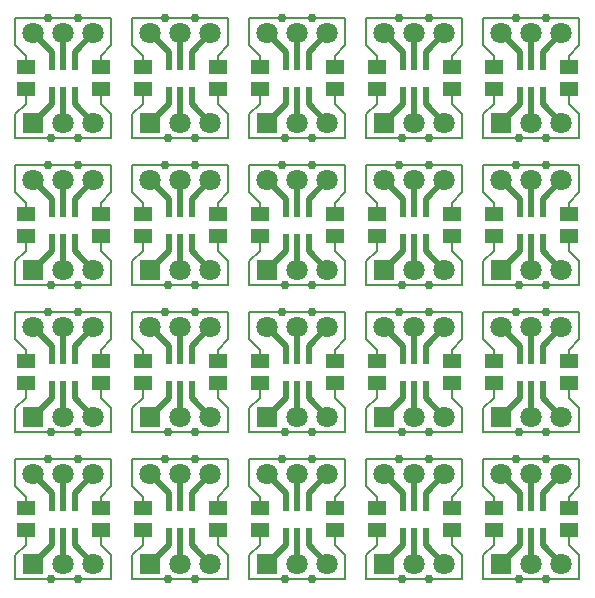
<source format=gtl>
G04 (created by PCBNEW (2013-04-28 BZR 4117)-testing) date Mon 29 Apr 2013 06:53:22 PM CEST*
%MOIN*%
G04 Gerber Fmt 3.4, Leading zero omitted, Abs format*
%FSLAX34Y34*%
G01*
G70*
G90*
G04 APERTURE LIST*
%ADD10C,2.3622e-06*%
%ADD11R,0.059X0.0511*%
%ADD12R,0.0216X0.0472*%
%ADD13R,0.0709X0.0709*%
%ADD14C,0.0709*%
%ADD15C,0.03*%
%ADD16C,0.008*%
%ADD17C,0.02*%
G04 APERTURE END LIST*
G54D10*
G54D11*
X28650Y-20674D03*
X28650Y-19926D03*
X31150Y-20674D03*
X31150Y-19926D03*
G54D12*
X29526Y-20811D03*
X29900Y-20811D03*
X30274Y-20811D03*
X30274Y-19789D03*
X29900Y-19789D03*
X29526Y-19789D03*
G54D13*
X28900Y-21800D03*
G54D14*
X29900Y-21800D03*
X30900Y-21800D03*
X30900Y-18800D03*
X29900Y-18800D03*
X28900Y-18800D03*
G54D13*
X25000Y-21800D03*
G54D14*
X26000Y-21800D03*
X27000Y-21800D03*
X27000Y-18800D03*
X26000Y-18800D03*
X25000Y-18800D03*
G54D12*
X25626Y-20811D03*
X26000Y-20811D03*
X26374Y-20811D03*
X26374Y-19789D03*
X26000Y-19789D03*
X25626Y-19789D03*
G54D11*
X27250Y-20674D03*
X27250Y-19926D03*
X24750Y-20674D03*
X24750Y-19926D03*
X16950Y-20674D03*
X16950Y-19926D03*
X19450Y-20674D03*
X19450Y-19926D03*
G54D12*
X17826Y-20811D03*
X18200Y-20811D03*
X18574Y-20811D03*
X18574Y-19789D03*
X18200Y-19789D03*
X17826Y-19789D03*
G54D13*
X17200Y-21800D03*
G54D14*
X18200Y-21800D03*
X19200Y-21800D03*
X19200Y-18800D03*
X18200Y-18800D03*
X17200Y-18800D03*
G54D13*
X21100Y-21800D03*
G54D14*
X22100Y-21800D03*
X23100Y-21800D03*
X23100Y-18800D03*
X22100Y-18800D03*
X21100Y-18800D03*
G54D12*
X21726Y-20811D03*
X22100Y-20811D03*
X22474Y-20811D03*
X22474Y-19789D03*
X22100Y-19789D03*
X21726Y-19789D03*
G54D11*
X23350Y-20674D03*
X23350Y-19926D03*
X20850Y-20674D03*
X20850Y-19926D03*
G54D13*
X32800Y-21800D03*
G54D14*
X33800Y-21800D03*
X34800Y-21800D03*
X34800Y-18800D03*
X33800Y-18800D03*
X32800Y-18800D03*
G54D12*
X33426Y-20811D03*
X33800Y-20811D03*
X34174Y-20811D03*
X34174Y-19789D03*
X33800Y-19789D03*
X33426Y-19789D03*
G54D11*
X35050Y-20674D03*
X35050Y-19926D03*
X32550Y-20674D03*
X32550Y-19926D03*
X32550Y-15774D03*
X32550Y-15026D03*
X35050Y-15774D03*
X35050Y-15026D03*
G54D12*
X33426Y-15911D03*
X33800Y-15911D03*
X34174Y-15911D03*
X34174Y-14889D03*
X33800Y-14889D03*
X33426Y-14889D03*
G54D13*
X32800Y-16900D03*
G54D14*
X33800Y-16900D03*
X34800Y-16900D03*
X34800Y-13900D03*
X33800Y-13900D03*
X32800Y-13900D03*
G54D11*
X20850Y-15774D03*
X20850Y-15026D03*
X23350Y-15774D03*
X23350Y-15026D03*
G54D12*
X21726Y-15911D03*
X22100Y-15911D03*
X22474Y-15911D03*
X22474Y-14889D03*
X22100Y-14889D03*
X21726Y-14889D03*
G54D13*
X21100Y-16900D03*
G54D14*
X22100Y-16900D03*
X23100Y-16900D03*
X23100Y-13900D03*
X22100Y-13900D03*
X21100Y-13900D03*
G54D13*
X17200Y-16900D03*
G54D14*
X18200Y-16900D03*
X19200Y-16900D03*
X19200Y-13900D03*
X18200Y-13900D03*
X17200Y-13900D03*
G54D12*
X17826Y-15911D03*
X18200Y-15911D03*
X18574Y-15911D03*
X18574Y-14889D03*
X18200Y-14889D03*
X17826Y-14889D03*
G54D11*
X19450Y-15774D03*
X19450Y-15026D03*
X16950Y-15774D03*
X16950Y-15026D03*
X24750Y-15774D03*
X24750Y-15026D03*
X27250Y-15774D03*
X27250Y-15026D03*
G54D12*
X25626Y-15911D03*
X26000Y-15911D03*
X26374Y-15911D03*
X26374Y-14889D03*
X26000Y-14889D03*
X25626Y-14889D03*
G54D13*
X25000Y-16900D03*
G54D14*
X26000Y-16900D03*
X27000Y-16900D03*
X27000Y-13900D03*
X26000Y-13900D03*
X25000Y-13900D03*
G54D13*
X28900Y-16900D03*
G54D14*
X29900Y-16900D03*
X30900Y-16900D03*
X30900Y-13900D03*
X29900Y-13900D03*
X28900Y-13900D03*
G54D12*
X29526Y-15911D03*
X29900Y-15911D03*
X30274Y-15911D03*
X30274Y-14889D03*
X29900Y-14889D03*
X29526Y-14889D03*
G54D11*
X31150Y-15774D03*
X31150Y-15026D03*
X28650Y-15774D03*
X28650Y-15026D03*
X28650Y-25574D03*
X28650Y-24826D03*
X31150Y-25574D03*
X31150Y-24826D03*
G54D12*
X29526Y-25711D03*
X29900Y-25711D03*
X30274Y-25711D03*
X30274Y-24689D03*
X29900Y-24689D03*
X29526Y-24689D03*
G54D13*
X28900Y-26700D03*
G54D14*
X29900Y-26700D03*
X30900Y-26700D03*
X30900Y-23700D03*
X29900Y-23700D03*
X28900Y-23700D03*
G54D13*
X25000Y-26700D03*
G54D14*
X26000Y-26700D03*
X27000Y-26700D03*
X27000Y-23700D03*
X26000Y-23700D03*
X25000Y-23700D03*
G54D12*
X25626Y-25711D03*
X26000Y-25711D03*
X26374Y-25711D03*
X26374Y-24689D03*
X26000Y-24689D03*
X25626Y-24689D03*
G54D11*
X27250Y-25574D03*
X27250Y-24826D03*
X24750Y-25574D03*
X24750Y-24826D03*
X16950Y-25574D03*
X16950Y-24826D03*
X19450Y-25574D03*
X19450Y-24826D03*
G54D12*
X17826Y-25711D03*
X18200Y-25711D03*
X18574Y-25711D03*
X18574Y-24689D03*
X18200Y-24689D03*
X17826Y-24689D03*
G54D13*
X17200Y-26700D03*
G54D14*
X18200Y-26700D03*
X19200Y-26700D03*
X19200Y-23700D03*
X18200Y-23700D03*
X17200Y-23700D03*
G54D13*
X21100Y-26700D03*
G54D14*
X22100Y-26700D03*
X23100Y-26700D03*
X23100Y-23700D03*
X22100Y-23700D03*
X21100Y-23700D03*
G54D12*
X21726Y-25711D03*
X22100Y-25711D03*
X22474Y-25711D03*
X22474Y-24689D03*
X22100Y-24689D03*
X21726Y-24689D03*
G54D11*
X23350Y-25574D03*
X23350Y-24826D03*
X20850Y-25574D03*
X20850Y-24826D03*
G54D13*
X32800Y-26700D03*
G54D14*
X33800Y-26700D03*
X34800Y-26700D03*
X34800Y-23700D03*
X33800Y-23700D03*
X32800Y-23700D03*
G54D12*
X33426Y-25711D03*
X33800Y-25711D03*
X34174Y-25711D03*
X34174Y-24689D03*
X33800Y-24689D03*
X33426Y-24689D03*
G54D11*
X35050Y-25574D03*
X35050Y-24826D03*
X32550Y-25574D03*
X32550Y-24826D03*
X32550Y-30474D03*
X32550Y-29726D03*
X35050Y-30474D03*
X35050Y-29726D03*
G54D12*
X33426Y-30611D03*
X33800Y-30611D03*
X34174Y-30611D03*
X34174Y-29589D03*
X33800Y-29589D03*
X33426Y-29589D03*
G54D13*
X32800Y-31600D03*
G54D14*
X33800Y-31600D03*
X34800Y-31600D03*
X34800Y-28600D03*
X33800Y-28600D03*
X32800Y-28600D03*
G54D11*
X20850Y-30474D03*
X20850Y-29726D03*
X23350Y-30474D03*
X23350Y-29726D03*
G54D12*
X21726Y-30611D03*
X22100Y-30611D03*
X22474Y-30611D03*
X22474Y-29589D03*
X22100Y-29589D03*
X21726Y-29589D03*
G54D13*
X21100Y-31600D03*
G54D14*
X22100Y-31600D03*
X23100Y-31600D03*
X23100Y-28600D03*
X22100Y-28600D03*
X21100Y-28600D03*
G54D13*
X17200Y-31600D03*
G54D14*
X18200Y-31600D03*
X19200Y-31600D03*
X19200Y-28600D03*
X18200Y-28600D03*
X17200Y-28600D03*
G54D12*
X17826Y-30611D03*
X18200Y-30611D03*
X18574Y-30611D03*
X18574Y-29589D03*
X18200Y-29589D03*
X17826Y-29589D03*
G54D11*
X19450Y-30474D03*
X19450Y-29726D03*
X16950Y-30474D03*
X16950Y-29726D03*
X24750Y-30474D03*
X24750Y-29726D03*
X27250Y-30474D03*
X27250Y-29726D03*
G54D12*
X25626Y-30611D03*
X26000Y-30611D03*
X26374Y-30611D03*
X26374Y-29589D03*
X26000Y-29589D03*
X25626Y-29589D03*
G54D13*
X25000Y-31600D03*
G54D14*
X26000Y-31600D03*
X27000Y-31600D03*
X27000Y-28600D03*
X26000Y-28600D03*
X25000Y-28600D03*
G54D13*
X28900Y-31600D03*
G54D14*
X29900Y-31600D03*
X30900Y-31600D03*
X30900Y-28600D03*
X29900Y-28600D03*
X28900Y-28600D03*
G54D12*
X29526Y-30611D03*
X29900Y-30611D03*
X30274Y-30611D03*
X30274Y-29589D03*
X29900Y-29589D03*
X29526Y-29589D03*
G54D11*
X31150Y-30474D03*
X31150Y-29726D03*
X28650Y-30474D03*
X28650Y-29726D03*
G54D15*
X30400Y-22300D03*
X30400Y-18300D03*
X29400Y-18300D03*
X29500Y-22300D03*
X25600Y-22300D03*
X25500Y-18300D03*
X26500Y-18300D03*
X26500Y-22300D03*
X18700Y-22300D03*
X18700Y-18300D03*
X17700Y-18300D03*
X17800Y-22300D03*
X21700Y-22300D03*
X21600Y-18300D03*
X22600Y-18300D03*
X22600Y-22300D03*
X33400Y-22300D03*
X33300Y-18300D03*
X34300Y-18300D03*
X34300Y-22300D03*
X34300Y-17400D03*
X34300Y-13400D03*
X33300Y-13400D03*
X33400Y-17400D03*
X22600Y-17400D03*
X22600Y-13400D03*
X21600Y-13400D03*
X21700Y-17400D03*
X17800Y-17400D03*
X17700Y-13400D03*
X18700Y-13400D03*
X18700Y-17400D03*
X26500Y-17400D03*
X26500Y-13400D03*
X25500Y-13400D03*
X25600Y-17400D03*
X29500Y-17400D03*
X29400Y-13400D03*
X30400Y-13400D03*
X30400Y-17400D03*
X30400Y-27200D03*
X30400Y-23200D03*
X29400Y-23200D03*
X29500Y-27200D03*
X25600Y-27200D03*
X25500Y-23200D03*
X26500Y-23200D03*
X26500Y-27200D03*
X18700Y-27200D03*
X18700Y-23200D03*
X17700Y-23200D03*
X17800Y-27200D03*
X21700Y-27200D03*
X21600Y-23200D03*
X22600Y-23200D03*
X22600Y-27200D03*
X33400Y-27200D03*
X33300Y-23200D03*
X34300Y-23200D03*
X34300Y-27200D03*
X34300Y-32100D03*
X34300Y-28100D03*
X33300Y-28100D03*
X33400Y-32100D03*
X22600Y-32100D03*
X22600Y-28100D03*
X21600Y-28100D03*
X21700Y-32100D03*
X17800Y-32100D03*
X17700Y-28100D03*
X18700Y-28100D03*
X18700Y-32100D03*
X26500Y-32100D03*
X26500Y-28100D03*
X25500Y-28100D03*
X25600Y-32100D03*
X29500Y-32100D03*
X29400Y-28100D03*
X30400Y-28100D03*
X30400Y-32100D03*
G54D16*
X31500Y-22300D02*
X30400Y-22300D01*
X31500Y-21500D02*
X31500Y-22300D01*
X31150Y-21150D02*
X31500Y-21500D01*
X31150Y-20674D02*
X31150Y-21150D01*
X28650Y-19926D02*
X28650Y-19550D01*
G54D17*
X29526Y-19789D02*
X29526Y-19426D01*
G54D16*
X28300Y-18300D02*
X29400Y-18300D01*
X28300Y-19200D02*
X28300Y-18300D01*
X31150Y-19926D02*
X31150Y-19550D01*
X31150Y-19550D02*
X31500Y-19200D01*
X31500Y-19200D02*
X31500Y-18300D01*
X31500Y-18300D02*
X30400Y-18300D01*
G54D17*
X30274Y-20811D02*
X30274Y-21174D01*
X29900Y-20811D02*
X29900Y-21800D01*
G54D16*
X28650Y-21050D02*
X28650Y-21150D01*
X29500Y-22300D02*
X28300Y-22300D01*
X28650Y-21050D02*
X28650Y-20674D01*
X28300Y-21500D02*
X28300Y-22300D01*
X28650Y-21150D02*
X28300Y-21500D01*
X28650Y-19550D02*
X28300Y-19200D01*
G54D17*
X29526Y-19426D02*
X28900Y-18800D01*
X30274Y-19789D02*
X30274Y-19426D01*
X30274Y-19426D02*
X30900Y-18800D01*
X29900Y-19789D02*
X29900Y-18800D01*
X29526Y-20811D02*
X29526Y-21174D01*
G54D16*
X29500Y-22300D02*
X30400Y-22300D01*
G54D17*
X30274Y-21174D02*
X30900Y-21800D01*
X29526Y-21174D02*
X28900Y-21800D01*
G54D16*
X29400Y-18300D02*
X30400Y-18300D01*
X25500Y-18300D02*
X26500Y-18300D01*
G54D17*
X25626Y-21174D02*
X25000Y-21800D01*
X26374Y-21174D02*
X27000Y-21800D01*
G54D16*
X25600Y-22300D02*
X26500Y-22300D01*
G54D17*
X25626Y-20811D02*
X25626Y-21174D01*
X26000Y-19789D02*
X26000Y-18800D01*
X26374Y-19426D02*
X27000Y-18800D01*
X26374Y-19789D02*
X26374Y-19426D01*
X25626Y-19426D02*
X25000Y-18800D01*
G54D16*
X24750Y-19550D02*
X24400Y-19200D01*
X24750Y-21150D02*
X24400Y-21500D01*
X24400Y-21500D02*
X24400Y-22300D01*
X24750Y-21050D02*
X24750Y-20674D01*
X25600Y-22300D02*
X24400Y-22300D01*
X24750Y-21050D02*
X24750Y-21150D01*
G54D17*
X26000Y-20811D02*
X26000Y-21800D01*
X26374Y-20811D02*
X26374Y-21174D01*
G54D16*
X27600Y-18300D02*
X26500Y-18300D01*
X27600Y-19200D02*
X27600Y-18300D01*
X27250Y-19550D02*
X27600Y-19200D01*
X27250Y-19926D02*
X27250Y-19550D01*
X24400Y-19200D02*
X24400Y-18300D01*
X24400Y-18300D02*
X25500Y-18300D01*
G54D17*
X25626Y-19789D02*
X25626Y-19426D01*
G54D16*
X24750Y-19926D02*
X24750Y-19550D01*
X27250Y-20674D02*
X27250Y-21150D01*
X27250Y-21150D02*
X27600Y-21500D01*
X27600Y-21500D02*
X27600Y-22300D01*
X27600Y-22300D02*
X26500Y-22300D01*
X19800Y-22300D02*
X18700Y-22300D01*
X19800Y-21500D02*
X19800Y-22300D01*
X19450Y-21150D02*
X19800Y-21500D01*
X19450Y-20674D02*
X19450Y-21150D01*
X16950Y-19926D02*
X16950Y-19550D01*
G54D17*
X17826Y-19789D02*
X17826Y-19426D01*
G54D16*
X16600Y-18300D02*
X17700Y-18300D01*
X16600Y-19200D02*
X16600Y-18300D01*
X19450Y-19926D02*
X19450Y-19550D01*
X19450Y-19550D02*
X19800Y-19200D01*
X19800Y-19200D02*
X19800Y-18300D01*
X19800Y-18300D02*
X18700Y-18300D01*
G54D17*
X18574Y-20811D02*
X18574Y-21174D01*
X18200Y-20811D02*
X18200Y-21800D01*
G54D16*
X16950Y-21050D02*
X16950Y-21150D01*
X17800Y-22300D02*
X16600Y-22300D01*
X16950Y-21050D02*
X16950Y-20674D01*
X16600Y-21500D02*
X16600Y-22300D01*
X16950Y-21150D02*
X16600Y-21500D01*
X16950Y-19550D02*
X16600Y-19200D01*
G54D17*
X17826Y-19426D02*
X17200Y-18800D01*
X18574Y-19789D02*
X18574Y-19426D01*
X18574Y-19426D02*
X19200Y-18800D01*
X18200Y-19789D02*
X18200Y-18800D01*
X17826Y-20811D02*
X17826Y-21174D01*
G54D16*
X17800Y-22300D02*
X18700Y-22300D01*
G54D17*
X18574Y-21174D02*
X19200Y-21800D01*
X17826Y-21174D02*
X17200Y-21800D01*
G54D16*
X17700Y-18300D02*
X18700Y-18300D01*
X21600Y-18300D02*
X22600Y-18300D01*
G54D17*
X21726Y-21174D02*
X21100Y-21800D01*
X22474Y-21174D02*
X23100Y-21800D01*
G54D16*
X21700Y-22300D02*
X22600Y-22300D01*
G54D17*
X21726Y-20811D02*
X21726Y-21174D01*
X22100Y-19789D02*
X22100Y-18800D01*
X22474Y-19426D02*
X23100Y-18800D01*
X22474Y-19789D02*
X22474Y-19426D01*
X21726Y-19426D02*
X21100Y-18800D01*
G54D16*
X20850Y-19550D02*
X20500Y-19200D01*
X20850Y-21150D02*
X20500Y-21500D01*
X20500Y-21500D02*
X20500Y-22300D01*
X20850Y-21050D02*
X20850Y-20674D01*
X21700Y-22300D02*
X20500Y-22300D01*
X20850Y-21050D02*
X20850Y-21150D01*
G54D17*
X22100Y-20811D02*
X22100Y-21800D01*
X22474Y-20811D02*
X22474Y-21174D01*
G54D16*
X23700Y-18300D02*
X22600Y-18300D01*
X23700Y-19200D02*
X23700Y-18300D01*
X23350Y-19550D02*
X23700Y-19200D01*
X23350Y-19926D02*
X23350Y-19550D01*
X20500Y-19200D02*
X20500Y-18300D01*
X20500Y-18300D02*
X21600Y-18300D01*
G54D17*
X21726Y-19789D02*
X21726Y-19426D01*
G54D16*
X20850Y-19926D02*
X20850Y-19550D01*
X23350Y-20674D02*
X23350Y-21150D01*
X23350Y-21150D02*
X23700Y-21500D01*
X23700Y-21500D02*
X23700Y-22300D01*
X23700Y-22300D02*
X22600Y-22300D01*
X33300Y-18300D02*
X34300Y-18300D01*
G54D17*
X33426Y-21174D02*
X32800Y-21800D01*
X34174Y-21174D02*
X34800Y-21800D01*
G54D16*
X33400Y-22300D02*
X34300Y-22300D01*
G54D17*
X33426Y-20811D02*
X33426Y-21174D01*
X33800Y-19789D02*
X33800Y-18800D01*
X34174Y-19426D02*
X34800Y-18800D01*
X34174Y-19789D02*
X34174Y-19426D01*
X33426Y-19426D02*
X32800Y-18800D01*
G54D16*
X32550Y-19550D02*
X32200Y-19200D01*
X32550Y-21150D02*
X32200Y-21500D01*
X32200Y-21500D02*
X32200Y-22300D01*
X32550Y-21050D02*
X32550Y-20674D01*
X33400Y-22300D02*
X32200Y-22300D01*
X32550Y-21050D02*
X32550Y-21150D01*
G54D17*
X33800Y-20811D02*
X33800Y-21800D01*
X34174Y-20811D02*
X34174Y-21174D01*
G54D16*
X35400Y-18300D02*
X34300Y-18300D01*
X35400Y-19200D02*
X35400Y-18300D01*
X35050Y-19550D02*
X35400Y-19200D01*
X35050Y-19926D02*
X35050Y-19550D01*
X32200Y-19200D02*
X32200Y-18300D01*
X32200Y-18300D02*
X33300Y-18300D01*
G54D17*
X33426Y-19789D02*
X33426Y-19426D01*
G54D16*
X32550Y-19926D02*
X32550Y-19550D01*
X35050Y-20674D02*
X35050Y-21150D01*
X35050Y-21150D02*
X35400Y-21500D01*
X35400Y-21500D02*
X35400Y-22300D01*
X35400Y-22300D02*
X34300Y-22300D01*
X35400Y-17400D02*
X34300Y-17400D01*
X35400Y-16600D02*
X35400Y-17400D01*
X35050Y-16250D02*
X35400Y-16600D01*
X35050Y-15774D02*
X35050Y-16250D01*
X32550Y-15026D02*
X32550Y-14650D01*
G54D17*
X33426Y-14889D02*
X33426Y-14526D01*
G54D16*
X32200Y-13400D02*
X33300Y-13400D01*
X32200Y-14300D02*
X32200Y-13400D01*
X35050Y-15026D02*
X35050Y-14650D01*
X35050Y-14650D02*
X35400Y-14300D01*
X35400Y-14300D02*
X35400Y-13400D01*
X35400Y-13400D02*
X34300Y-13400D01*
G54D17*
X34174Y-15911D02*
X34174Y-16274D01*
X33800Y-15911D02*
X33800Y-16900D01*
G54D16*
X32550Y-16150D02*
X32550Y-16250D01*
X33400Y-17400D02*
X32200Y-17400D01*
X32550Y-16150D02*
X32550Y-15774D01*
X32200Y-16600D02*
X32200Y-17400D01*
X32550Y-16250D02*
X32200Y-16600D01*
X32550Y-14650D02*
X32200Y-14300D01*
G54D17*
X33426Y-14526D02*
X32800Y-13900D01*
X34174Y-14889D02*
X34174Y-14526D01*
X34174Y-14526D02*
X34800Y-13900D01*
X33800Y-14889D02*
X33800Y-13900D01*
X33426Y-15911D02*
X33426Y-16274D01*
G54D16*
X33400Y-17400D02*
X34300Y-17400D01*
G54D17*
X34174Y-16274D02*
X34800Y-16900D01*
X33426Y-16274D02*
X32800Y-16900D01*
G54D16*
X33300Y-13400D02*
X34300Y-13400D01*
X23700Y-17400D02*
X22600Y-17400D01*
X23700Y-16600D02*
X23700Y-17400D01*
X23350Y-16250D02*
X23700Y-16600D01*
X23350Y-15774D02*
X23350Y-16250D01*
X20850Y-15026D02*
X20850Y-14650D01*
G54D17*
X21726Y-14889D02*
X21726Y-14526D01*
G54D16*
X20500Y-13400D02*
X21600Y-13400D01*
X20500Y-14300D02*
X20500Y-13400D01*
X23350Y-15026D02*
X23350Y-14650D01*
X23350Y-14650D02*
X23700Y-14300D01*
X23700Y-14300D02*
X23700Y-13400D01*
X23700Y-13400D02*
X22600Y-13400D01*
G54D17*
X22474Y-15911D02*
X22474Y-16274D01*
X22100Y-15911D02*
X22100Y-16900D01*
G54D16*
X20850Y-16150D02*
X20850Y-16250D01*
X21700Y-17400D02*
X20500Y-17400D01*
X20850Y-16150D02*
X20850Y-15774D01*
X20500Y-16600D02*
X20500Y-17400D01*
X20850Y-16250D02*
X20500Y-16600D01*
X20850Y-14650D02*
X20500Y-14300D01*
G54D17*
X21726Y-14526D02*
X21100Y-13900D01*
X22474Y-14889D02*
X22474Y-14526D01*
X22474Y-14526D02*
X23100Y-13900D01*
X22100Y-14889D02*
X22100Y-13900D01*
X21726Y-15911D02*
X21726Y-16274D01*
G54D16*
X21700Y-17400D02*
X22600Y-17400D01*
G54D17*
X22474Y-16274D02*
X23100Y-16900D01*
X21726Y-16274D02*
X21100Y-16900D01*
G54D16*
X21600Y-13400D02*
X22600Y-13400D01*
X17700Y-13400D02*
X18700Y-13400D01*
G54D17*
X17826Y-16274D02*
X17200Y-16900D01*
X18574Y-16274D02*
X19200Y-16900D01*
G54D16*
X17800Y-17400D02*
X18700Y-17400D01*
G54D17*
X17826Y-15911D02*
X17826Y-16274D01*
X18200Y-14889D02*
X18200Y-13900D01*
X18574Y-14526D02*
X19200Y-13900D01*
X18574Y-14889D02*
X18574Y-14526D01*
X17826Y-14526D02*
X17200Y-13900D01*
G54D16*
X16950Y-14650D02*
X16600Y-14300D01*
X16950Y-16250D02*
X16600Y-16600D01*
X16600Y-16600D02*
X16600Y-17400D01*
X16950Y-16150D02*
X16950Y-15774D01*
X17800Y-17400D02*
X16600Y-17400D01*
X16950Y-16150D02*
X16950Y-16250D01*
G54D17*
X18200Y-15911D02*
X18200Y-16900D01*
X18574Y-15911D02*
X18574Y-16274D01*
G54D16*
X19800Y-13400D02*
X18700Y-13400D01*
X19800Y-14300D02*
X19800Y-13400D01*
X19450Y-14650D02*
X19800Y-14300D01*
X19450Y-15026D02*
X19450Y-14650D01*
X16600Y-14300D02*
X16600Y-13400D01*
X16600Y-13400D02*
X17700Y-13400D01*
G54D17*
X17826Y-14889D02*
X17826Y-14526D01*
G54D16*
X16950Y-15026D02*
X16950Y-14650D01*
X19450Y-15774D02*
X19450Y-16250D01*
X19450Y-16250D02*
X19800Y-16600D01*
X19800Y-16600D02*
X19800Y-17400D01*
X19800Y-17400D02*
X18700Y-17400D01*
X27600Y-17400D02*
X26500Y-17400D01*
X27600Y-16600D02*
X27600Y-17400D01*
X27250Y-16250D02*
X27600Y-16600D01*
X27250Y-15774D02*
X27250Y-16250D01*
X24750Y-15026D02*
X24750Y-14650D01*
G54D17*
X25626Y-14889D02*
X25626Y-14526D01*
G54D16*
X24400Y-13400D02*
X25500Y-13400D01*
X24400Y-14300D02*
X24400Y-13400D01*
X27250Y-15026D02*
X27250Y-14650D01*
X27250Y-14650D02*
X27600Y-14300D01*
X27600Y-14300D02*
X27600Y-13400D01*
X27600Y-13400D02*
X26500Y-13400D01*
G54D17*
X26374Y-15911D02*
X26374Y-16274D01*
X26000Y-15911D02*
X26000Y-16900D01*
G54D16*
X24750Y-16150D02*
X24750Y-16250D01*
X25600Y-17400D02*
X24400Y-17400D01*
X24750Y-16150D02*
X24750Y-15774D01*
X24400Y-16600D02*
X24400Y-17400D01*
X24750Y-16250D02*
X24400Y-16600D01*
X24750Y-14650D02*
X24400Y-14300D01*
G54D17*
X25626Y-14526D02*
X25000Y-13900D01*
X26374Y-14889D02*
X26374Y-14526D01*
X26374Y-14526D02*
X27000Y-13900D01*
X26000Y-14889D02*
X26000Y-13900D01*
X25626Y-15911D02*
X25626Y-16274D01*
G54D16*
X25600Y-17400D02*
X26500Y-17400D01*
G54D17*
X26374Y-16274D02*
X27000Y-16900D01*
X25626Y-16274D02*
X25000Y-16900D01*
G54D16*
X25500Y-13400D02*
X26500Y-13400D01*
X29400Y-13400D02*
X30400Y-13400D01*
G54D17*
X29526Y-16274D02*
X28900Y-16900D01*
X30274Y-16274D02*
X30900Y-16900D01*
G54D16*
X29500Y-17400D02*
X30400Y-17400D01*
G54D17*
X29526Y-15911D02*
X29526Y-16274D01*
X29900Y-14889D02*
X29900Y-13900D01*
X30274Y-14526D02*
X30900Y-13900D01*
X30274Y-14889D02*
X30274Y-14526D01*
X29526Y-14526D02*
X28900Y-13900D01*
G54D16*
X28650Y-14650D02*
X28300Y-14300D01*
X28650Y-16250D02*
X28300Y-16600D01*
X28300Y-16600D02*
X28300Y-17400D01*
X28650Y-16150D02*
X28650Y-15774D01*
X29500Y-17400D02*
X28300Y-17400D01*
X28650Y-16150D02*
X28650Y-16250D01*
G54D17*
X29900Y-15911D02*
X29900Y-16900D01*
X30274Y-15911D02*
X30274Y-16274D01*
G54D16*
X31500Y-13400D02*
X30400Y-13400D01*
X31500Y-14300D02*
X31500Y-13400D01*
X31150Y-14650D02*
X31500Y-14300D01*
X31150Y-15026D02*
X31150Y-14650D01*
X28300Y-14300D02*
X28300Y-13400D01*
X28300Y-13400D02*
X29400Y-13400D01*
G54D17*
X29526Y-14889D02*
X29526Y-14526D01*
G54D16*
X28650Y-15026D02*
X28650Y-14650D01*
X31150Y-15774D02*
X31150Y-16250D01*
X31150Y-16250D02*
X31500Y-16600D01*
X31500Y-16600D02*
X31500Y-17400D01*
X31500Y-17400D02*
X30400Y-17400D01*
X31500Y-27200D02*
X30400Y-27200D01*
X31500Y-26400D02*
X31500Y-27200D01*
X31150Y-26050D02*
X31500Y-26400D01*
X31150Y-25574D02*
X31150Y-26050D01*
X28650Y-24826D02*
X28650Y-24450D01*
G54D17*
X29526Y-24689D02*
X29526Y-24326D01*
G54D16*
X28300Y-23200D02*
X29400Y-23200D01*
X28300Y-24100D02*
X28300Y-23200D01*
X31150Y-24826D02*
X31150Y-24450D01*
X31150Y-24450D02*
X31500Y-24100D01*
X31500Y-24100D02*
X31500Y-23200D01*
X31500Y-23200D02*
X30400Y-23200D01*
G54D17*
X30274Y-25711D02*
X30274Y-26074D01*
X29900Y-25711D02*
X29900Y-26700D01*
G54D16*
X28650Y-25950D02*
X28650Y-26050D01*
X29500Y-27200D02*
X28300Y-27200D01*
X28650Y-25950D02*
X28650Y-25574D01*
X28300Y-26400D02*
X28300Y-27200D01*
X28650Y-26050D02*
X28300Y-26400D01*
X28650Y-24450D02*
X28300Y-24100D01*
G54D17*
X29526Y-24326D02*
X28900Y-23700D01*
X30274Y-24689D02*
X30274Y-24326D01*
X30274Y-24326D02*
X30900Y-23700D01*
X29900Y-24689D02*
X29900Y-23700D01*
X29526Y-25711D02*
X29526Y-26074D01*
G54D16*
X29500Y-27200D02*
X30400Y-27200D01*
G54D17*
X30274Y-26074D02*
X30900Y-26700D01*
X29526Y-26074D02*
X28900Y-26700D01*
G54D16*
X29400Y-23200D02*
X30400Y-23200D01*
X25500Y-23200D02*
X26500Y-23200D01*
G54D17*
X25626Y-26074D02*
X25000Y-26700D01*
X26374Y-26074D02*
X27000Y-26700D01*
G54D16*
X25600Y-27200D02*
X26500Y-27200D01*
G54D17*
X25626Y-25711D02*
X25626Y-26074D01*
X26000Y-24689D02*
X26000Y-23700D01*
X26374Y-24326D02*
X27000Y-23700D01*
X26374Y-24689D02*
X26374Y-24326D01*
X25626Y-24326D02*
X25000Y-23700D01*
G54D16*
X24750Y-24450D02*
X24400Y-24100D01*
X24750Y-26050D02*
X24400Y-26400D01*
X24400Y-26400D02*
X24400Y-27200D01*
X24750Y-25950D02*
X24750Y-25574D01*
X25600Y-27200D02*
X24400Y-27200D01*
X24750Y-25950D02*
X24750Y-26050D01*
G54D17*
X26000Y-25711D02*
X26000Y-26700D01*
X26374Y-25711D02*
X26374Y-26074D01*
G54D16*
X27600Y-23200D02*
X26500Y-23200D01*
X27600Y-24100D02*
X27600Y-23200D01*
X27250Y-24450D02*
X27600Y-24100D01*
X27250Y-24826D02*
X27250Y-24450D01*
X24400Y-24100D02*
X24400Y-23200D01*
X24400Y-23200D02*
X25500Y-23200D01*
G54D17*
X25626Y-24689D02*
X25626Y-24326D01*
G54D16*
X24750Y-24826D02*
X24750Y-24450D01*
X27250Y-25574D02*
X27250Y-26050D01*
X27250Y-26050D02*
X27600Y-26400D01*
X27600Y-26400D02*
X27600Y-27200D01*
X27600Y-27200D02*
X26500Y-27200D01*
X19800Y-27200D02*
X18700Y-27200D01*
X19800Y-26400D02*
X19800Y-27200D01*
X19450Y-26050D02*
X19800Y-26400D01*
X19450Y-25574D02*
X19450Y-26050D01*
X16950Y-24826D02*
X16950Y-24450D01*
G54D17*
X17826Y-24689D02*
X17826Y-24326D01*
G54D16*
X16600Y-23200D02*
X17700Y-23200D01*
X16600Y-24100D02*
X16600Y-23200D01*
X19450Y-24826D02*
X19450Y-24450D01*
X19450Y-24450D02*
X19800Y-24100D01*
X19800Y-24100D02*
X19800Y-23200D01*
X19800Y-23200D02*
X18700Y-23200D01*
G54D17*
X18574Y-25711D02*
X18574Y-26074D01*
X18200Y-25711D02*
X18200Y-26700D01*
G54D16*
X16950Y-25950D02*
X16950Y-26050D01*
X17800Y-27200D02*
X16600Y-27200D01*
X16950Y-25950D02*
X16950Y-25574D01*
X16600Y-26400D02*
X16600Y-27200D01*
X16950Y-26050D02*
X16600Y-26400D01*
X16950Y-24450D02*
X16600Y-24100D01*
G54D17*
X17826Y-24326D02*
X17200Y-23700D01*
X18574Y-24689D02*
X18574Y-24326D01*
X18574Y-24326D02*
X19200Y-23700D01*
X18200Y-24689D02*
X18200Y-23700D01*
X17826Y-25711D02*
X17826Y-26074D01*
G54D16*
X17800Y-27200D02*
X18700Y-27200D01*
G54D17*
X18574Y-26074D02*
X19200Y-26700D01*
X17826Y-26074D02*
X17200Y-26700D01*
G54D16*
X17700Y-23200D02*
X18700Y-23200D01*
X21600Y-23200D02*
X22600Y-23200D01*
G54D17*
X21726Y-26074D02*
X21100Y-26700D01*
X22474Y-26074D02*
X23100Y-26700D01*
G54D16*
X21700Y-27200D02*
X22600Y-27200D01*
G54D17*
X21726Y-25711D02*
X21726Y-26074D01*
X22100Y-24689D02*
X22100Y-23700D01*
X22474Y-24326D02*
X23100Y-23700D01*
X22474Y-24689D02*
X22474Y-24326D01*
X21726Y-24326D02*
X21100Y-23700D01*
G54D16*
X20850Y-24450D02*
X20500Y-24100D01*
X20850Y-26050D02*
X20500Y-26400D01*
X20500Y-26400D02*
X20500Y-27200D01*
X20850Y-25950D02*
X20850Y-25574D01*
X21700Y-27200D02*
X20500Y-27200D01*
X20850Y-25950D02*
X20850Y-26050D01*
G54D17*
X22100Y-25711D02*
X22100Y-26700D01*
X22474Y-25711D02*
X22474Y-26074D01*
G54D16*
X23700Y-23200D02*
X22600Y-23200D01*
X23700Y-24100D02*
X23700Y-23200D01*
X23350Y-24450D02*
X23700Y-24100D01*
X23350Y-24826D02*
X23350Y-24450D01*
X20500Y-24100D02*
X20500Y-23200D01*
X20500Y-23200D02*
X21600Y-23200D01*
G54D17*
X21726Y-24689D02*
X21726Y-24326D01*
G54D16*
X20850Y-24826D02*
X20850Y-24450D01*
X23350Y-25574D02*
X23350Y-26050D01*
X23350Y-26050D02*
X23700Y-26400D01*
X23700Y-26400D02*
X23700Y-27200D01*
X23700Y-27200D02*
X22600Y-27200D01*
X33300Y-23200D02*
X34300Y-23200D01*
G54D17*
X33426Y-26074D02*
X32800Y-26700D01*
X34174Y-26074D02*
X34800Y-26700D01*
G54D16*
X33400Y-27200D02*
X34300Y-27200D01*
G54D17*
X33426Y-25711D02*
X33426Y-26074D01*
X33800Y-24689D02*
X33800Y-23700D01*
X34174Y-24326D02*
X34800Y-23700D01*
X34174Y-24689D02*
X34174Y-24326D01*
X33426Y-24326D02*
X32800Y-23700D01*
G54D16*
X32550Y-24450D02*
X32200Y-24100D01*
X32550Y-26050D02*
X32200Y-26400D01*
X32200Y-26400D02*
X32200Y-27200D01*
X32550Y-25950D02*
X32550Y-25574D01*
X33400Y-27200D02*
X32200Y-27200D01*
X32550Y-25950D02*
X32550Y-26050D01*
G54D17*
X33800Y-25711D02*
X33800Y-26700D01*
X34174Y-25711D02*
X34174Y-26074D01*
G54D16*
X35400Y-23200D02*
X34300Y-23200D01*
X35400Y-24100D02*
X35400Y-23200D01*
X35050Y-24450D02*
X35400Y-24100D01*
X35050Y-24826D02*
X35050Y-24450D01*
X32200Y-24100D02*
X32200Y-23200D01*
X32200Y-23200D02*
X33300Y-23200D01*
G54D17*
X33426Y-24689D02*
X33426Y-24326D01*
G54D16*
X32550Y-24826D02*
X32550Y-24450D01*
X35050Y-25574D02*
X35050Y-26050D01*
X35050Y-26050D02*
X35400Y-26400D01*
X35400Y-26400D02*
X35400Y-27200D01*
X35400Y-27200D02*
X34300Y-27200D01*
X35400Y-32100D02*
X34300Y-32100D01*
X35400Y-31300D02*
X35400Y-32100D01*
X35050Y-30950D02*
X35400Y-31300D01*
X35050Y-30474D02*
X35050Y-30950D01*
X32550Y-29726D02*
X32550Y-29350D01*
G54D17*
X33426Y-29589D02*
X33426Y-29226D01*
G54D16*
X32200Y-28100D02*
X33300Y-28100D01*
X32200Y-29000D02*
X32200Y-28100D01*
X35050Y-29726D02*
X35050Y-29350D01*
X35050Y-29350D02*
X35400Y-29000D01*
X35400Y-29000D02*
X35400Y-28100D01*
X35400Y-28100D02*
X34300Y-28100D01*
G54D17*
X34174Y-30611D02*
X34174Y-30974D01*
X33800Y-30611D02*
X33800Y-31600D01*
G54D16*
X32550Y-30850D02*
X32550Y-30950D01*
X33400Y-32100D02*
X32200Y-32100D01*
X32550Y-30850D02*
X32550Y-30474D01*
X32200Y-31300D02*
X32200Y-32100D01*
X32550Y-30950D02*
X32200Y-31300D01*
X32550Y-29350D02*
X32200Y-29000D01*
G54D17*
X33426Y-29226D02*
X32800Y-28600D01*
X34174Y-29589D02*
X34174Y-29226D01*
X34174Y-29226D02*
X34800Y-28600D01*
X33800Y-29589D02*
X33800Y-28600D01*
X33426Y-30611D02*
X33426Y-30974D01*
G54D16*
X33400Y-32100D02*
X34300Y-32100D01*
G54D17*
X34174Y-30974D02*
X34800Y-31600D01*
X33426Y-30974D02*
X32800Y-31600D01*
G54D16*
X33300Y-28100D02*
X34300Y-28100D01*
X23700Y-32100D02*
X22600Y-32100D01*
X23700Y-31300D02*
X23700Y-32100D01*
X23350Y-30950D02*
X23700Y-31300D01*
X23350Y-30474D02*
X23350Y-30950D01*
X20850Y-29726D02*
X20850Y-29350D01*
G54D17*
X21726Y-29589D02*
X21726Y-29226D01*
G54D16*
X20500Y-28100D02*
X21600Y-28100D01*
X20500Y-29000D02*
X20500Y-28100D01*
X23350Y-29726D02*
X23350Y-29350D01*
X23350Y-29350D02*
X23700Y-29000D01*
X23700Y-29000D02*
X23700Y-28100D01*
X23700Y-28100D02*
X22600Y-28100D01*
G54D17*
X22474Y-30611D02*
X22474Y-30974D01*
X22100Y-30611D02*
X22100Y-31600D01*
G54D16*
X20850Y-30850D02*
X20850Y-30950D01*
X21700Y-32100D02*
X20500Y-32100D01*
X20850Y-30850D02*
X20850Y-30474D01*
X20500Y-31300D02*
X20500Y-32100D01*
X20850Y-30950D02*
X20500Y-31300D01*
X20850Y-29350D02*
X20500Y-29000D01*
G54D17*
X21726Y-29226D02*
X21100Y-28600D01*
X22474Y-29589D02*
X22474Y-29226D01*
X22474Y-29226D02*
X23100Y-28600D01*
X22100Y-29589D02*
X22100Y-28600D01*
X21726Y-30611D02*
X21726Y-30974D01*
G54D16*
X21700Y-32100D02*
X22600Y-32100D01*
G54D17*
X22474Y-30974D02*
X23100Y-31600D01*
X21726Y-30974D02*
X21100Y-31600D01*
G54D16*
X21600Y-28100D02*
X22600Y-28100D01*
X17700Y-28100D02*
X18700Y-28100D01*
G54D17*
X17826Y-30974D02*
X17200Y-31600D01*
X18574Y-30974D02*
X19200Y-31600D01*
G54D16*
X17800Y-32100D02*
X18700Y-32100D01*
G54D17*
X17826Y-30611D02*
X17826Y-30974D01*
X18200Y-29589D02*
X18200Y-28600D01*
X18574Y-29226D02*
X19200Y-28600D01*
X18574Y-29589D02*
X18574Y-29226D01*
X17826Y-29226D02*
X17200Y-28600D01*
G54D16*
X16950Y-29350D02*
X16600Y-29000D01*
X16950Y-30950D02*
X16600Y-31300D01*
X16600Y-31300D02*
X16600Y-32100D01*
X16950Y-30850D02*
X16950Y-30474D01*
X17800Y-32100D02*
X16600Y-32100D01*
X16950Y-30850D02*
X16950Y-30950D01*
G54D17*
X18200Y-30611D02*
X18200Y-31600D01*
X18574Y-30611D02*
X18574Y-30974D01*
G54D16*
X19800Y-28100D02*
X18700Y-28100D01*
X19800Y-29000D02*
X19800Y-28100D01*
X19450Y-29350D02*
X19800Y-29000D01*
X19450Y-29726D02*
X19450Y-29350D01*
X16600Y-29000D02*
X16600Y-28100D01*
X16600Y-28100D02*
X17700Y-28100D01*
G54D17*
X17826Y-29589D02*
X17826Y-29226D01*
G54D16*
X16950Y-29726D02*
X16950Y-29350D01*
X19450Y-30474D02*
X19450Y-30950D01*
X19450Y-30950D02*
X19800Y-31300D01*
X19800Y-31300D02*
X19800Y-32100D01*
X19800Y-32100D02*
X18700Y-32100D01*
X27600Y-32100D02*
X26500Y-32100D01*
X27600Y-31300D02*
X27600Y-32100D01*
X27250Y-30950D02*
X27600Y-31300D01*
X27250Y-30474D02*
X27250Y-30950D01*
X24750Y-29726D02*
X24750Y-29350D01*
G54D17*
X25626Y-29589D02*
X25626Y-29226D01*
G54D16*
X24400Y-28100D02*
X25500Y-28100D01*
X24400Y-29000D02*
X24400Y-28100D01*
X27250Y-29726D02*
X27250Y-29350D01*
X27250Y-29350D02*
X27600Y-29000D01*
X27600Y-29000D02*
X27600Y-28100D01*
X27600Y-28100D02*
X26500Y-28100D01*
G54D17*
X26374Y-30611D02*
X26374Y-30974D01*
X26000Y-30611D02*
X26000Y-31600D01*
G54D16*
X24750Y-30850D02*
X24750Y-30950D01*
X25600Y-32100D02*
X24400Y-32100D01*
X24750Y-30850D02*
X24750Y-30474D01*
X24400Y-31300D02*
X24400Y-32100D01*
X24750Y-30950D02*
X24400Y-31300D01*
X24750Y-29350D02*
X24400Y-29000D01*
G54D17*
X25626Y-29226D02*
X25000Y-28600D01*
X26374Y-29589D02*
X26374Y-29226D01*
X26374Y-29226D02*
X27000Y-28600D01*
X26000Y-29589D02*
X26000Y-28600D01*
X25626Y-30611D02*
X25626Y-30974D01*
G54D16*
X25600Y-32100D02*
X26500Y-32100D01*
G54D17*
X26374Y-30974D02*
X27000Y-31600D01*
X25626Y-30974D02*
X25000Y-31600D01*
G54D16*
X25500Y-28100D02*
X26500Y-28100D01*
X29400Y-28100D02*
X30400Y-28100D01*
G54D17*
X29526Y-30974D02*
X28900Y-31600D01*
X30274Y-30974D02*
X30900Y-31600D01*
G54D16*
X29500Y-32100D02*
X30400Y-32100D01*
G54D17*
X29526Y-30611D02*
X29526Y-30974D01*
X29900Y-29589D02*
X29900Y-28600D01*
X30274Y-29226D02*
X30900Y-28600D01*
X30274Y-29589D02*
X30274Y-29226D01*
X29526Y-29226D02*
X28900Y-28600D01*
G54D16*
X28650Y-29350D02*
X28300Y-29000D01*
X28650Y-30950D02*
X28300Y-31300D01*
X28300Y-31300D02*
X28300Y-32100D01*
X28650Y-30850D02*
X28650Y-30474D01*
X29500Y-32100D02*
X28300Y-32100D01*
X28650Y-30850D02*
X28650Y-30950D01*
G54D17*
X29900Y-30611D02*
X29900Y-31600D01*
X30274Y-30611D02*
X30274Y-30974D01*
G54D16*
X31500Y-28100D02*
X30400Y-28100D01*
X31500Y-29000D02*
X31500Y-28100D01*
X31150Y-29350D02*
X31500Y-29000D01*
X31150Y-29726D02*
X31150Y-29350D01*
X28300Y-29000D02*
X28300Y-28100D01*
X28300Y-28100D02*
X29400Y-28100D01*
G54D17*
X29526Y-29589D02*
X29526Y-29226D01*
G54D16*
X28650Y-29726D02*
X28650Y-29350D01*
X31150Y-30474D02*
X31150Y-30950D01*
X31150Y-30950D02*
X31500Y-31300D01*
X31500Y-31300D02*
X31500Y-32100D01*
X31500Y-32100D02*
X30400Y-32100D01*
M02*

</source>
